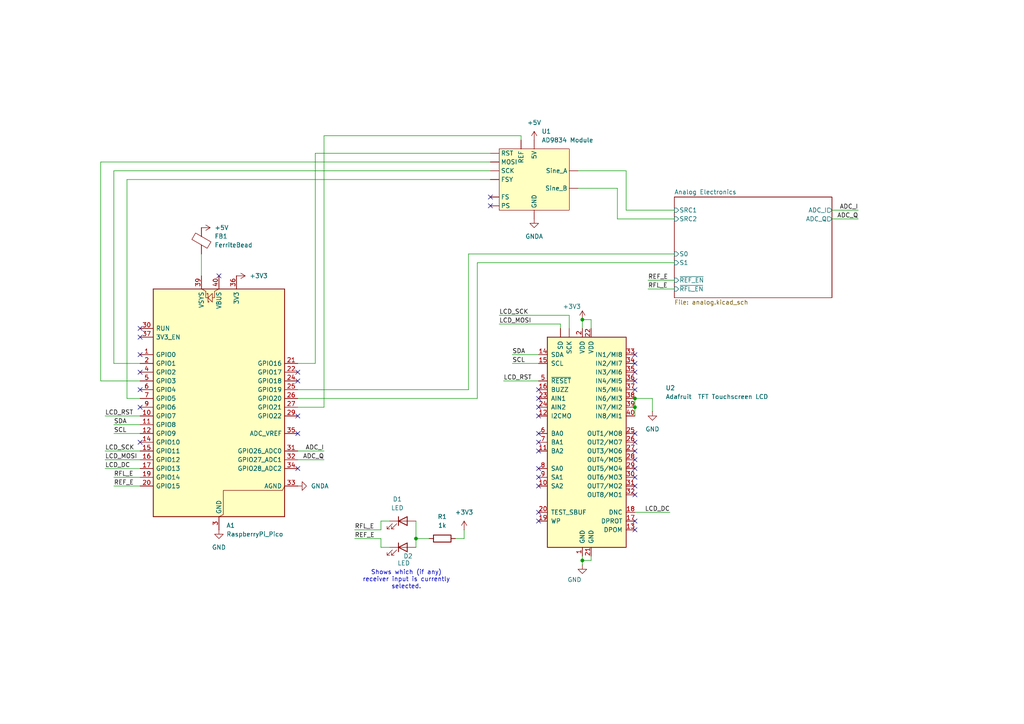
<source format=kicad_sch>
(kicad_sch (version 20250114) (generator "eeschema") (generator_version "9.0")
  (paper "A4")
  (title_block (title "Super VNA") (date "2025-12-09") (rev "1.0") (company "Lafayette College") (comment 1 "Michael Petrov") (comment 2 "Joseph Freeston") (comment 4 "ECE414 Final Project"))
  (lib_symbols
    (symbol "AD626:AD9834_Module"
      (property "Reference" "U" (at 0 0 0))
      (symbol "AD9834_Module_1_1"
        (rectangle (start -10.16 8.89) (end 10.16 -8.89) (fill (type color) (color 255 255 194 1)))
        (pin input line (at -12.7 7.62 0) (length 2.54) (name "RST") (number ""))
        (pin input line (at -12.7 5.08 0) (length 2.54) (name "MOSI") (number ""))
        (pin input line (at -12.7 2.54 0) (length 2.54) (name "SCK") (number ""))
        (pin input line (at -12.7 0 0) (length 2.54) (name "FSY") (number ""))
        (pin input line (at -12.7 -5.08 0) (length 2.54) (name "FS") (number ""))
        (pin input line (at -12.7 -7.62 0) (length 2.54) (name "PS") (number ""))
        (pin input line (at -3.81 11.43 270) (length 2.54) (name "REF") (number ""))
        (pin power_in line (at 0 11.43 270) (length 2.54) (name "5V") (number ""))
        (pin power_in line (at 0 -11.43 90) (length 2.54) (name "GND") (number ""))
        (pin output line (at 12.7 2.54 180) (length 2.54) (name "Sine_A") (number ""))
        (pin output line (at 12.7 -2.54 180) (length 2.54) (name "Sine_B") (number ""))
      )
    )
    (symbol "Device:FerriteBead" (pin_numbers (hide yes)) (pin_names (offset 0))
      (property "Reference" "FB" (at -3.81 0.635 90))
      (property "Value" "FerriteBead" (at 3.81 0 90))
      (symbol "FerriteBead_0_1"
        (polyline (pts (xy -2.7686 0.4064) (xy -1.7018 2.2606) (xy 2.7686 -0.3048) (xy 1.6764 -2.159) (xy -2.7686 0.4064)))
        (polyline (pts (xy 0 1.27) (xy 0 1.2954)))
        (polyline (pts (xy 0 -1.27) (xy 0 -1.2192)))
      )
      (symbol "FerriteBead_1_1"
        (pin passive line (at 0 3.81 270) (length 2.54) (name "~") (number "1"))
        (pin passive line (at 0 -3.81 90) (length 2.54) (name "~") (number "2"))
      )
    )
    (symbol "Device:LED" (pin_numbers (hide yes)) (pin_names (offset 1.016) (hide yes))
      (property "Reference" "D" (at 0 2.54 0))
      (property "Value" "LED" (at 0 -2.54 0))
      (symbol "LED_0_1"
        (polyline (pts (xy -3.048 -0.762) (xy -4.572 -2.286) (xy -3.81 -2.286) (xy -4.572 -2.286) (xy -4.572 -1.524)))
        (polyline (pts (xy -1.778 -0.762) (xy -3.302 -2.286) (xy -2.54 -2.286) (xy -3.302 -2.286) (xy -3.302 -1.524)))
        (polyline (pts (xy -1.27 0) (xy 1.27 0)))
        (polyline (pts (xy -1.27 -1.27) (xy -1.27 1.27)) (stroke (width 0.254)))
        (polyline (pts (xy 1.27 -1.27) (xy 1.27 1.27) (xy -1.27 0) (xy 1.27 -1.27)) (stroke (width 0.254)))
      )
      (symbol "LED_1_1"
        (pin passive line (at -3.81 0 0) (length 2.54) (name "K") (number "1"))
        (pin passive line (at 3.81 0 180) (length 2.54) (name "A") (number "2"))
      )
    )
    (symbol "Device:R" (pin_numbers (hide yes)) (pin_names (offset 0))
      (property "Reference" "R" (at 2.032 0 90))
      (property "Value" "R" (at 0 0 90))
      (symbol "R_0_1"
        (rectangle (start -1.016 -2.54) (end 1.016 2.54) (stroke (width 0.254)))
      )
      (symbol "R_1_1"
        (pin passive line (at 0 3.81 270) (length 1.27) (name "~") (number "1"))
        (pin passive line (at 0 -3.81 90) (length 1.27) (name "~") (number "2"))
      )
    )
    (symbol "Display_Graphic:EA_eDIPTFT32-ATP" (pin_names (offset 1.016))
      (property "Reference" "U103" (at 21.59 15.748 0))
      (property "Value" "Adafruit  TFT Touchscreen LCD" (at 21.59 13.208 0))
      (symbol "EA_eDIPTFT32-ATP_0_1"
        (rectangle (start -12.7 30.48) (end 10.16 -30.48) (stroke (width 0.254)) (fill (type background)))
      )
      (symbol "EA_eDIPTFT32-ATP_1_1"
        (pin bidirectional line (at -15.24 25.4 0) (length 2.54) (name "SDA") (number "14"))
        (pin input line (at -15.24 22.86 0) (length 2.54) (name "SCL") (number "15"))
        (pin input line (at -15.24 17.78 0) (length 2.54) (name "~{RESET}") (number "5"))
        (pin output line (at -15.24 15.24 0) (length 2.54) (name "BUZZ") (number "16"))
        (pin input line (at -15.24 12.7 0) (length 2.54) (name "AIN1") (number "23"))
        (pin input line (at -15.24 10.16 0) (length 2.54) (name "AIN2") (number "24"))
        (pin input line (at -15.24 7.62 0) (length 2.54) (name "I2CMO") (number "12"))
        (pin input line (at -15.24 2.54 0) (length 2.54) (name "BA0") (number "6"))
        (pin input line (at -15.24 0 0) (length 2.54) (name "BA1") (number "7"))
        (pin input line (at -15.24 -2.54 0) (length 2.54) (name "BA2") (number "11"))
        (pin input line (at -15.24 -7.62 0) (length 2.54) (name "SA0") (number "8"))
        (pin input line (at -15.24 -10.16 0) (length 2.54) (name "SA1") (number "9"))
        (pin input line (at -15.24 -12.7 0) (length 2.54) (name "SA2") (number "10"))
        (pin bidirectional line (at -15.24 -20.32 0) (length 2.54) (name "TEST_SBUF") (number "20"))
        (pin input line (at -15.24 -22.86 0) (length 2.54) (name "WP") (number "19"))
        (pin no_connect line (at -12.7 -27.94 0) (length 2.54) (hide yes) (name "NC") (number "4"))
        (pin input line (at -8.89 33.02 270) (length 2.54) (name "SD") (number ""))
        (pin input line (at -6.35 33.02 270) (length 2.54) (name "SCK") (number ""))
        (pin power_in line (at -2.54 33.02 270) (length 2.54) (name "VDD") (number "2"))
        (pin power_in line (at -2.54 -33.02 90) (length 2.54) (name "GND") (number "1"))
        (pin power_in line (at 0 33.02 270) (length 2.54) (name "VDD") (number "22"))
        (pin power_in line (at 0 -33.02 90) (length 2.54) (name "GND") (number "21"))
        (pin no_connect line (at 10.16 -27.94 180) (length 2.54) (hide yes) (name "NC") (number "3"))
        (pin input line (at 12.7 25.4 180) (length 2.54) (name "IN1/MI8") (number "33"))
        (pin input line (at 12.7 22.86 180) (length 2.54) (name "IN2/MI7") (number "34"))
        (pin input line (at 12.7 20.32 180) (length 2.54) (name "IN3/MI6") (number "35"))
        (pin input line (at 12.7 17.78 180) (length 2.54) (name "IN4/MI5") (number "36"))
        (pin input line (at 12.7 15.24 180) (length 2.54) (name "IN5/MI4") (number "37"))
        (pin input line (at 12.7 12.7 180) (length 2.54) (name "IN6/MI3") (number "38"))
        (pin input line (at 12.7 10.16 180) (length 2.54) (name "IN7/MI2") (number "39"))
        (pin input line (at 12.7 7.62 180) (length 2.54) (name "IN8/MI1") (number "40"))
        (pin output line (at 12.7 2.54 180) (length 2.54) (name "OUT1/MO8") (number "25"))
        (pin output line (at 12.7 0 180) (length 2.54) (name "OUT2/MO7") (number "26"))
        (pin output line (at 12.7 -2.54 180) (length 2.54) (name "OUT3/MO6") (number "27"))
        (pin output line (at 12.7 -5.08 180) (length 2.54) (name "OUT4/MO5") (number "28"))
        (pin output line (at 12.7 -7.62 180) (length 2.54) (name "OUT5/MO4") (number "29"))
        (pin output line (at 12.7 -10.16 180) (length 2.54) (name "OUT6/MO3") (number "30"))
        (pin output line (at 12.7 -12.7 180) (length 2.54) (name "OUT7/MO2") (number "31"))
        (pin output line (at 12.7 -15.24 180) (length 2.54) (name "OUT8/MO1") (number "32"))
        (pin output line (at 12.7 -20.32 180) (length 2.54) (name "DNC") (number "18"))
        (pin input line (at 12.7 -22.86 180) (length 2.54) (name "DPROT") (number "17"))
        (pin input line (at 12.7 -25.4 180) (length 2.54) (name "DPOM") (number "13"))
      )
    )
    (symbol "MCU_Module:RaspberryPi_Pico" (pin_names (offset 0.762))
      (property "Reference" "A" (at -19.05 35.56 0))
      (property "Value" "RaspberryPi_Pico" (at 7.62 35.56 0))
      (symbol "RaspberryPi_Pico_0_1"
        (rectangle (start -19.05 34.29) (end 19.05 -31.75) (stroke (width 0.254)) (fill (type background)))
        (polyline (pts (xy -5.08 34.29) (xy -3.81 33.655) (xy -3.81 31.75) (xy -3.175 31.75)))
        (polyline (pts (xy -3.429 32.766) (xy -3.429 33.02) (xy -3.175 33.02) (xy -3.175 30.48) (xy -2.921 30.48) (xy -2.921 30.734)))
        (polyline (pts (xy -3.175 31.75) (xy -1.905 33.02) (xy -1.905 30.48) (xy -3.175 31.75)))
        (polyline (pts (xy 0 34.29) (xy -1.27 33.655) (xy -1.27 31.75) (xy -1.905 31.75)))
        (polyline (pts (xy 0 -31.75) (xy 1.27 -31.115) (xy 1.27 -24.13) (xy 18.415 -24.13) (xy 19.05 -22.86)))
      )
      (symbol "RaspberryPi_Pico_1_1"
        (pin passive line (at -22.86 22.86 0) (length 3.81) (name "RUN") (number "30"))
        (pin passive line (at -22.86 20.32 0) (length 3.81) (name "3V3_EN") (number "37"))
        (pin bidirectional line (at -22.86 15.24 0) (length 3.81) (name "GPIO0") (number "1"))
        (pin bidirectional line (at -22.86 12.7 0) (length 3.81) (name "GPIO1") (number "2"))
        (pin bidirectional line (at -22.86 10.16 0) (length 3.81) (name "GPIO2") (number "4"))
        (pin bidirectional line (at -22.86 7.62 0) (length 3.81) (name "GPIO3") (number "5"))
        (pin bidirectional line (at -22.86 5.08 0) (length 3.81) (name "GPIO4") (number "6"))
        (pin bidirectional line (at -22.86 2.54 0) (length 3.81) (name "GPIO5") (number "7"))
        (pin bidirectional line (at -22.86 0 0) (length 3.81) (name "GPIO6") (number "9"))
        (pin bidirectional line (at -22.86 -2.54 0) (length 3.81) (name "GPIO7") (number "10"))
        (pin bidirectional line (at -22.86 -5.08 0) (length 3.81) (name "GPIO8") (number "11"))
        (pin bidirectional line (at -22.86 -7.62 0) (length 3.81) (name "GPIO9") (number "12"))
        (pin bidirectional line (at -22.86 -10.16 0) (length 3.81) (name "GPIO10") (number "14"))
        (pin bidirectional line (at -22.86 -12.7 0) (length 3.81) (name "GPIO11") (number "15"))
        (pin bidirectional line (at -22.86 -15.24 0) (length 3.81) (name "GPIO12") (number "16"))
        (pin bidirectional line (at -22.86 -17.78 0) (length 3.81) (name "GPIO13") (number "17"))
        (pin bidirectional line (at -22.86 -20.32 0) (length 3.81) (name "GPIO14") (number "19"))
        (pin bidirectional line (at -22.86 -22.86 0) (length 3.81) (name "GPIO15") (number "20"))
        (pin power_in line (at -5.08 38.1 270) (length 3.81) (name "VSYS") (number "39"))
        (pin power_out line (at 0 38.1 270) (length 3.81) (name "VBUS") (number "40"))
        (pin passive line (at 0 -35.56 90) (length 3.81) (hide yes) (name "GND") (number "13"))
        (pin passive line (at 0 -35.56 90) (length 3.81) (hide yes) (name "GND") (number "18"))
        (pin passive line (at 0 -35.56 90) (length 3.81) (hide yes) (name "GND") (number "23"))
        (pin passive line (at 0 -35.56 90) (length 3.81) (hide yes) (name "GND") (number "28"))
        (pin power_out line (at 0 -35.56 90) (length 3.81) (name "GND") (number "3"))
        (pin passive line (at 0 -35.56 90) (length 3.81) (hide yes) (name "GND") (number "38"))
        (pin passive line (at 0 -35.56 90) (length 3.81) (hide yes) (name "GND") (number "8"))
        (pin power_out line (at 5.08 38.1 270) (length 3.81) (name "3V3") (number "36"))
        (pin bidirectional line (at 22.86 12.7 180) (length 3.81) (name "GPIO16") (number "21"))
        (pin bidirectional line (at 22.86 10.16 180) (length 3.81) (name "GPIO17") (number "22"))
        (pin bidirectional line (at 22.86 7.62 180) (length 3.81) (name "GPIO18") (number "24"))
        (pin bidirectional line (at 22.86 5.08 180) (length 3.81) (name "GPIO19") (number "25"))
        (pin bidirectional line (at 22.86 2.54 180) (length 3.81) (name "GPIO20") (number "26"))
        (pin bidirectional line (at 22.86 0 180) (length 3.81) (name "GPIO21") (number "27"))
        (pin bidirectional line (at 22.86 -2.54 180) (length 3.81) (name "GPIO22") (number "29"))
        (pin power_in line (at 22.86 -7.62 180) (length 3.81) (name "ADC_VREF") (number "35"))
        (pin bidirectional line (at 22.86 -12.7 180) (length 3.81) (name "GPIO26_ADC0") (number "31"))
        (pin bidirectional line (at 22.86 -15.24 180) (length 3.81) (name "GPIO27_ADC1") (number "32"))
        (pin bidirectional line (at 22.86 -17.78 180) (length 3.81) (name "GPIO28_ADC2") (number "34"))
        (pin power_out line (at 22.86 -22.86 180) (length 3.81) (name "AGND") (number "33"))
      )
    )
    (symbol "power:+3V3" (power) (pin_numbers (hide yes)) (pin_names (offset 0) (hide yes))
      (property "Value" "+3V3" (at 0 3.556 0))
      (symbol "+3V3_0_1"
        (polyline (pts (xy -0.762 1.27) (xy 0 2.54)))
        (polyline (pts (xy 0 2.54) (xy 0.762 1.27)))
        (polyline (pts (xy 0 0) (xy 0 2.54)))
      )
      (symbol "+3V3_1_1"
        (pin power_in line (at 0 0 90) (length 0) (name "~") (number "1"))
      )
    )
    (symbol "power:+5V" (power) (pin_numbers (hide yes)) (pin_names (offset 0) (hide yes))
      (property "Value" "+5V" (at 0 3.556 0))
      (symbol "+5V_0_1"
        (polyline (pts (xy -0.762 1.27) (xy 0 2.54)))
        (polyline (pts (xy 0 2.54) (xy 0.762 1.27)))
        (polyline (pts (xy 0 0) (xy 0 2.54)))
      )
      (symbol "+5V_1_1"
        (pin power_in line (at 0 0 90) (length 0) (name "~") (number "1"))
      )
    )
    (symbol "power:GND" (power) (pin_numbers (hide yes)) (pin_names (offset 0) (hide yes))
      (property "Value" "GND" (at 0 -3.81 0))
      (symbol "GND_0_1"
        (polyline (pts (xy 0 0) (xy 0 -1.27) (xy 1.27 -1.27) (xy 0 -2.54) (xy -1.27 -1.27) (xy 0 -1.27)))
      )
      (symbol "GND_1_1"
        (pin power_in line (at 0 0 270) (length 0) (name "~") (number "1"))
      )
    )
    (symbol "power:GNDA" (power) (pin_numbers (hide yes)) (pin_names (offset 0) (hide yes))
      (property "Value" "GNDA" (at 0 -3.81 0))
      (symbol "GNDA_0_1"
        (polyline (pts (xy 0 0) (xy 0 -1.27) (xy 1.27 -1.27) (xy 0 -2.54) (xy -1.27 -1.27) (xy 0 -1.27)))
      )
      (symbol "GNDA_1_1"
        (pin power_in line (at 0 0 270) (length 0) (name "~") (number "1"))
      )
    )
  )
  (text "Shows which (if any)\nreceiver input is currently\nselected." (at 117.856 168.148 0) (effects (font (size 1.27 1.27) (thickness 0.1588))))
  (junction (at 168.91 92.71))
  (junction (at 120.65 156.21))
  (junction (at 184.15 118.11))
  (junction (at 184.15 115.57))
  (junction (at 168.91 162.56))
  (no_connect (at 184.15 143.51))
  (no_connect (at 156.21 118.11))
  (no_connect (at 40.64 102.87))
  (no_connect (at 184.15 110.49))
  (no_connect (at 184.15 151.13))
  (no_connect (at 40.64 97.79))
  (no_connect (at 156.21 151.13))
  (no_connect (at 184.15 135.89))
  (no_connect (at 40.64 113.03))
  (no_connect (at 156.21 120.65))
  (no_connect (at 184.15 138.43))
  (no_connect (at 40.64 107.95))
  (no_connect (at 86.36 125.73))
  (no_connect (at 86.36 120.65))
  (no_connect (at 40.64 95.25))
  (no_connect (at 156.21 113.03))
  (no_connect (at 156.21 128.27))
  (no_connect (at 184.15 105.41))
  (no_connect (at 142.24 59.69))
  (no_connect (at 184.15 133.35))
  (no_connect (at 184.15 153.67))
  (no_connect (at 40.64 128.27))
  (no_connect (at 156.21 140.97))
  (no_connect (at 184.15 102.87))
  (no_connect (at 156.21 125.73))
  (no_connect (at 184.15 140.97))
  (no_connect (at 86.36 107.95))
  (no_connect (at 63.5 80.01))
  (no_connect (at 184.15 107.95))
  (no_connect (at 184.15 128.27))
  (no_connect (at 184.15 125.73))
  (no_connect (at 156.21 148.59))
  (no_connect (at 184.15 113.03))
  (no_connect (at 156.21 135.89))
  (no_connect (at 184.15 130.81))
  (no_connect (at 86.36 135.89))
  (no_connect (at 156.21 130.81))
  (no_connect (at 156.21 115.57))
  (no_connect (at 156.21 138.43))
  (no_connect (at 142.24 57.15))
  (no_connect (at 40.64 118.11))
  (no_connect (at 86.36 110.49))
  (wire (pts (xy 168.91 92.71) (xy 168.91 95.25)))
  (wire (pts (xy 91.44 105.41) (xy 86.36 105.41)))
  (wire (pts (xy 93.98 39.37) (xy 93.98 118.11)))
  (wire (pts (xy 168.91 162.56) (xy 168.91 161.29)))
  (wire (pts (xy 40.64 115.57) (xy 36.83 115.57)))
  (wire (pts (xy 156.21 105.41) (xy 148.59 105.41)))
  (wire (pts (xy 40.64 123.19) (xy 33.02 123.19)))
  (wire (pts (xy 40.64 130.81) (xy 30.48 130.81)))
  (wire (pts (xy 138.43 76.2) (xy 138.43 115.57)))
  (wire (pts (xy 93.98 118.11) (xy 86.36 118.11)))
  (wire (pts (xy 195.58 81.28) (xy 187.96 81.28)))
  (wire (pts (xy 110.49 156.21) (xy 102.87 156.21)))
  (wire (pts (xy 184.15 115.57) (xy 184.15 118.11)))
  (wire (pts (xy 36.83 115.57) (xy 36.83 52.07)))
  (wire (pts (xy 195.58 83.82) (xy 187.96 83.82)))
  (wire (pts (xy 184.15 118.11) (xy 184.15 120.65)))
  (wire (pts (xy 110.49 151.13) (xy 113.03 151.13)))
  (wire (pts (xy 120.65 151.13) (xy 120.65 156.21)))
  (wire (pts (xy 40.64 138.43) (xy 33.02 138.43)))
  (wire (pts (xy 144.78 93.98) (xy 162.56 93.98)))
  (wire (pts (xy 58.42 73.66) (xy 58.42 80.01)))
  (wire (pts (xy 29.21 110.49) (xy 29.21 46.99)))
  (wire (pts (xy 165.1 91.44) (xy 165.1 95.25)))
  (wire (pts (xy 86.36 130.81) (xy 93.98 130.81)))
  (wire (pts (xy 124.46 156.21) (xy 120.65 156.21)))
  (wire (pts (xy 162.56 93.98) (xy 162.56 95.25)))
  (wire (pts (xy 40.64 120.65) (xy 30.48 120.65)))
  (wire (pts (xy 91.44 44.45) (xy 142.24 44.45)))
  (wire (pts (xy 168.91 92.71) (xy 171.45 92.71)))
  (wire (pts (xy 40.64 140.97) (xy 33.02 140.97)))
  (wire (pts (xy 132.08 156.21) (xy 134.62 156.21)))
  (wire (pts (xy 179.07 63.5) (xy 195.58 63.5)))
  (wire (pts (xy 138.43 115.57) (xy 86.36 115.57)))
  (wire (pts (xy 110.49 158.75) (xy 110.49 156.21)))
  (wire (pts (xy 40.64 133.35) (xy 30.48 133.35)))
  (wire (pts (xy 181.61 60.96) (xy 195.58 60.96)))
  (wire (pts (xy 33.02 105.41) (xy 40.64 105.41)))
  (wire (pts (xy 29.21 46.99) (xy 142.24 46.99)))
  (wire (pts (xy 156.21 102.87) (xy 148.59 102.87)))
  (wire (pts (xy 189.23 115.57) (xy 184.15 115.57)))
  (wire (pts (xy 110.49 153.67) (xy 102.87 153.67)))
  (wire (pts (xy 93.98 39.37) (xy 151.13 39.37)))
  (wire (pts (xy 135.89 73.66) (xy 195.58 73.66)))
  (wire (pts (xy 167.64 54.61) (xy 179.07 54.61)))
  (wire (pts (xy 135.89 113.03) (xy 135.89 73.66)))
  (wire (pts (xy 181.61 60.96) (xy 181.61 49.53)))
  (wire (pts (xy 241.3 63.5) (xy 248.92 63.5)))
  (wire (pts (xy 151.13 40.64) (xy 151.13 39.37)))
  (wire (pts (xy 86.36 133.35) (xy 93.98 133.35)))
  (wire (pts (xy 156.21 110.49) (xy 146.05 110.49)))
  (wire (pts (xy 40.64 135.89) (xy 30.48 135.89)))
  (wire (pts (xy 168.91 163.83) (xy 168.91 162.56)))
  (wire (pts (xy 134.62 156.21) (xy 134.62 153.67)))
  (wire (pts (xy 171.45 161.29) (xy 171.45 162.56)))
  (wire (pts (xy 171.45 95.25) (xy 171.45 92.71)))
  (wire (pts (xy 91.44 44.45) (xy 91.44 105.41)))
  (wire (pts (xy 179.07 54.61) (xy 179.07 63.5)))
  (wire (pts (xy 110.49 153.67) (xy 110.49 151.13)))
  (wire (pts (xy 120.65 156.21) (xy 120.65 158.75)))
  (wire (pts (xy 33.02 49.53) (xy 33.02 105.41)))
  (wire (pts (xy 181.61 49.53) (xy 167.64 49.53)))
  (wire (pts (xy 241.3 60.96) (xy 248.92 60.96)))
  (wire (pts (xy 40.64 110.49) (xy 29.21 110.49)))
  (wire (pts (xy 40.64 125.73) (xy 33.02 125.73)))
  (wire (pts (xy 36.83 52.07) (xy 142.24 52.07)))
  (wire (pts (xy 86.36 113.03) (xy 135.89 113.03)))
  (wire (pts (xy 171.45 162.56) (xy 168.91 162.56)))
  (wire (pts (xy 189.23 115.57) (xy 189.23 119.38)))
  (wire (pts (xy 142.24 49.53) (xy 33.02 49.53)))
  (wire (pts (xy 195.58 76.2) (xy 138.43 76.2)))
  (wire (pts (xy 113.03 158.75) (xy 110.49 158.75)))
  (wire (pts (xy 184.15 148.59) (xy 194.31 148.59)))
  (wire (pts (xy 144.78 91.44) (xy 165.1 91.44)))
  (label "RFL_E" (at 102.87 153.67 0) (effects (font (thickness 0.1588))))
  (label "REF_E" (at 33.02 140.97 0) (effects (font (thickness 0.1588))))
  (label "RFL_E" (at 33.02 138.43 0) (effects (font (thickness 0.1588))))
  (label "LCD_DC" (at 30.48 135.89 0) (effects (font (thickness 0.1588))))
  (label "LCD_MOSI" (at 144.78 93.98 0) (effects (font (thickness 0.1588))))
  (label "ADC_Q" (at 93.98 133.35 180) (effects (font (thickness 0.1588))))
  (label "LCD_MOSI" (at 30.48 133.35 0) (effects (font (thickness 0.1588))))
  (label "LCD_DC" (at 194.31 148.59 180) (effects (font (thickness 0.1588))))
  (label "ADC_I" (at 248.92 60.96 180) (effects (font (thickness 0.1588))))
  (label "SDA" (at 33.02 123.19 0) (effects (font (thickness 0.1588))))
  (label "LCD_RST" (at 146.05 110.49 0) (effects (font (thickness 0.1588))))
  (label "LCD_SCK" (at 30.48 130.81 0) (effects (font (thickness 0.1588))))
  (label "LCD_RST" (at 30.48 120.65 0) (effects (font (thickness 0.1588))))
  (label "RFL_E" (at 187.96 83.82 0) (effects (font (thickness 0.1588))))
  (label "ADC_I" (at 93.98 130.81 180) (effects (font (thickness 0.1588))))
  (label "REF_E" (at 102.87 156.21 0) (effects (font (thickness 0.1588))))
  (label "SCL" (at 148.59 105.41 0) (effects (font (thickness 0.1588))))
  (label "SCL" (at 33.02 125.73 0) (effects (font (thickness 0.1588))))
  (label "REF_E" (at 187.96 81.28 0) (effects (font (thickness 0.1588))))
  (label "LCD_SCK" (at 144.78 91.44 0) (effects (font (thickness 0.1588))))
  (label "ADC_Q" (at 248.92 63.5 180) (effects (font (thickness 0.1588))))
  (label "SDA" (at 148.59 102.87 0) (effects (font (thickness 0.1588))))
  (symbol (lib_id "power:GNDA") (at 154.94 63.5 0) (unit 1)
    (property "Reference" "#PWR07" (effects (hide yes)))
    (property "Value" "GNDA" (at 154.94 68.58 0))
    (property "Description" "Power symbol creates a global label with name \"GNDA\" , analog ground" (effects (hide yes)))
  )
  (symbol (lib_id "power:+3V3") (at 68.58 80.01 270) (unit 1)
    (property "Reference" "#PWR03" (effects (hide yes)))
    (property "Value" "+3V3" (at 72.39 80.0099 90) (effects (justify left)))
    (property "Description" "Power symbol creates a global label with name \"+3V3\"" (effects (hide yes)))
  )
  (symbol (lib_id "Device:LED") (at 116.84 151.13 0) (unit 1)
    (property "Reference" "D1" (at 115.2525 144.78 0))
    (property "Value" "LED" (at 115.2525 147.32 0))
    (property "Description" "Light emitting diode" (effects (hide yes)))
    (property "Sim.Pins" "1=K 2=A" (effects (hide yes)))
  )
  (symbol (lib_id "power:GND") (at 63.5 153.67 0) (unit 1)
    (property "Reference" "#PWR02" (effects (hide yes)))
    (property "Value" "GND" (at 63.5 158.75 0))
    (property "Description" "Power symbol creates a global label with name \"GND\" , ground" (effects (hide yes)))
  )
  (symbol (lib_id "MCU_Module:RaspberryPi_Pico") (at 63.5 118.11 0) (unit 1)
    (property "Reference" "A1" (at 65.6433 152.4 0) (effects (justify left)))
    (property "Value" "RaspberryPi_Pico" (at 65.6433 154.94 0) (effects (justify left)))
    (property "Footprint" "Module:RaspberryPi_Pico_Common_Unspecified" (effects (hide yes)))
    (property "Datasheet" "https://datasheets.raspberrypi.com/pico/pico-datasheet.pdf" (effects (hide yes)))
    (property "Description" "Versatile and inexpensive microcontroller module powered by RP2040 dual-core Arm Cortex-M0+ processor up to 133 MHz, 264kB SRAM, 2MB QSPI flash; also supports Raspberry Pi Pico 2" (effects (hide yes)))
  )
  (symbol (lib_id "AD626:AD9834_Module") (at 154.94 52.07 0) (unit 1)
    (property "Reference" "U1" (at 157.0833 38.1 0) (effects (justify left)))
    (property "Value" "AD9834 Module" (at 157.0833 40.64 0) (effects (justify left)))
  )
  (symbol (lib_id "power:+3V3") (at 134.62 153.67 0) (unit 1)
    (property "Reference" "#PWR05" (effects (hide yes)))
    (property "Value" "+3V3" (at 134.62 148.59 0))
    (property "Description" "Power symbol creates a global label with name \"+3V3\"" (effects (hide yes)))
  )
  (symbol (lib_id "Device:FerriteBead") (at 58.42 69.85 0) (unit 1)
    (property "Reference" "FB1" (at 62.23 68.5291 0) (effects (justify left)))
    (property "Value" "FerriteBead" (at 62.23 71.0691 0) (effects (justify left)))
    (property "Description" "Ferrite bead" (effects (hide yes)))
  )
  (symbol (lib_id "power:GNDA") (at 86.36 140.97 90) (unit 1)
    (property "Reference" "#PWR04" (effects (hide yes)))
    (property "Value" "GNDA" (at 90.17 140.9699 90) (effects (justify right)))
    (property "Description" "Power symbol creates a global label with name \"GNDA\" , analog ground" (effects (hide yes)))
  )
  (symbol (lib_id "power:+5V") (at 58.42 66.04 270) (unit 1)
    (property "Reference" "#PWR01" (effects (hide yes)))
    (property "Value" "+5V" (at 62.23 66.0399 90) (effects (justify left)))
    (property "Description" "Power symbol creates a global label with name \"+5V\"" (effects (hide yes)))
  )
  (symbol (lib_id "power:+3V3") (at 168.91 92.71 0) (unit 1)
    (property "Reference" "#PWR08" (effects (hide yes)))
    (property "Value" "+3V3" (at 165.862 88.9 0))
    (property "Description" "Power symbol creates a global label with name \"+3V3\"" (effects (hide yes)))
  )
  (symbol (lib_id "power:+5V") (at 154.94 40.64 0) (unit 1)
    (property "Reference" "#PWR06" (effects (hide yes)))
    (property "Value" "+5V" (at 154.94 35.56 0))
    (property "Description" "Power symbol creates a global label with name \"+5V\"" (effects (hide yes)))
  )
  (symbol (lib_id "Device:LED") (at 116.84 158.75 0) (unit 1)
    (property "Reference" "D2" (at 118.364 161.29 0))
    (property "Value" "LED" (at 117.094 163.322 0))
    (property "Description" "Light emitting diode" (effects (hide yes)))
    (property "Sim.Pins" "1=K 2=A" (effects (hide yes)))
  )
  (symbol (lib_id "power:GND") (at 189.23 119.38 0) (unit 1)
    (property "Reference" "#PWR010" (effects (hide yes)))
    (property "Value" "GND" (at 189.23 124.46 0))
    (property "Description" "Power symbol creates a global label with name \"GND\" , ground" (effects (hide yes)))
  )
  (symbol (lib_id "Display_Graphic:EA_eDIPTFT32-ATP") (at 171.45 128.27 0) (unit 1)
    (property "Reference" "U2" (at 193.04 112.522 0) (effects (justify left)))
    (property "Value" "Adafruit  TFT Touchscreen LCD" (at 193.04 115.062 0) (effects (justify left)))
    (property "Footprint" "Display:EA_eDIPTFT32-XXX" (effects (hide yes)))
    (property "Datasheet" "http://www.lcd-module.com/fileadmin/eng/pdf/grafik/ediptft43-ae.pdf" (effects (hide yes)))
    (property "Description" "TFT graphical display with touch panel, 320x240, 16 bit colour, LED backlight, 3.3V - 5V VDD, RS-232, I2C or SPI" (effects (hide yes)))
  )
  (symbol (lib_id "power:GND") (at 168.91 163.83 0) (unit 1)
    (property "Reference" "#PWR09" (effects (hide yes)))
    (property "Value" "GND" (at 166.624 168.148 0))
    (property "Description" "Power symbol creates a global label with name \"GND\" , ground" (effects (hide yes)))
  )
  (symbol (lib_id "Device:R") (at 128.27 156.21 90) (unit 1)
    (property "Reference" "R1" (at 128.27 149.86 90))
    (property "Value" "1k" (at 128.27 152.4 90))
    (property "Description" "Resistor" (effects (hide yes)))
  )
  (sheet (at 195.58 57.15) (size 45.72 29.21) (stroke (width 0.1524))
    (property "Sheetname" "Analog Electronics" (at 195.58 56.4384 0) (effects (justify left bottom)))
    (property "Sheetfile" "analog.kicad_sch" (at 195.58 86.9446 0) (effects (justify left top)))
    (pin "ADC_I" output (at 241.3 60.96 0))
    (pin "ADC_Q" output (at 241.3 63.5 0))
    (pin "S0" input (at 195.58 73.66 180))
    (pin "S1" input (at 195.58 76.2 180))
    (pin "SRC1" input (at 195.58 60.96 180))
    (pin "SRC2" input (at 195.58 63.5 180))
    (pin "~{REF_EN}" input (at 195.58 81.28 180))
    (pin "~{RFL_EN}" input (at 195.58 83.82 180))
  )
)
</source>
